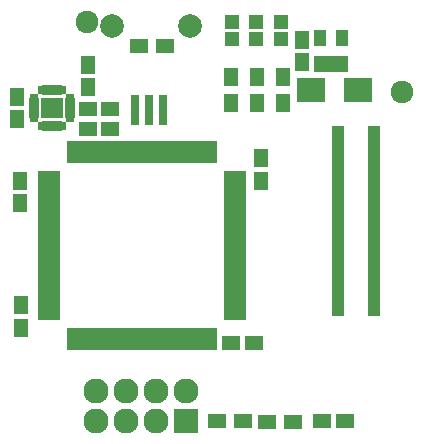
<source format=gts>
G04 #@! TF.FileFunction,Soldermask,Top*
%FSLAX46Y46*%
G04 Gerber Fmt 4.6, Leading zero omitted, Abs format (unit mm)*
G04 Created by KiCad (PCBNEW (2015-11-03 BZR 6296)-product) date Wednesday, January 06, 2016 'PMt' 01:33:15 PM*
%MOMM*%
G01*
G04 APERTURE LIST*
%ADD10C,0.100000*%
%ADD11R,1.600000X1.150000*%
%ADD12R,1.150000X1.600000*%
%ADD13R,1.197560X1.197560*%
%ADD14R,2.127200X2.127200*%
%ADD15O,2.127200X2.127200*%
%ADD16R,1.300000X1.600000*%
%ADD17R,1.600000X1.300000*%
%ADD18R,0.680000X1.900000*%
%ADD19R,1.900000X0.680000*%
%ADD20R,1.100000X0.600000*%
%ADD21R,1.050000X1.460000*%
%ADD22R,2.400000X2.000000*%
%ADD23C,1.924000*%
%ADD24C,2.000000*%
%ADD25R,0.750000X0.400000*%
%ADD26R,0.950000X0.600000*%
%ADD27R,0.400000X0.750000*%
%ADD28R,0.600000X0.950000*%
%ADD29R,1.900000X1.740000*%
%ADD30R,0.800000X2.500000*%
G04 APERTURE END LIST*
D10*
D11*
X138830000Y-100170000D03*
X136930000Y-100170000D03*
D12*
X151610000Y-104560000D03*
X151610000Y-102660000D03*
X131200000Y-104550000D03*
X131200000Y-106450000D03*
X131250000Y-117000000D03*
X131250000Y-115100000D03*
D11*
X149060000Y-118330000D03*
X150960000Y-118330000D03*
D12*
X155070000Y-92640000D03*
X155070000Y-94540000D03*
D13*
X153300000Y-91100000D03*
X153300000Y-92598600D03*
X151150000Y-91100000D03*
X151150000Y-92598600D03*
X149100000Y-91100000D03*
X149100000Y-92598600D03*
D14*
X145200000Y-124900000D03*
D15*
X145200000Y-122360000D03*
X142660000Y-124900000D03*
X142660000Y-122360000D03*
X140120000Y-124900000D03*
X140120000Y-122360000D03*
X137580000Y-124900000D03*
X137580000Y-122360000D03*
D16*
X153450000Y-98000000D03*
X153450000Y-95800000D03*
X151250000Y-98000000D03*
X151250000Y-95800000D03*
X149050000Y-98000000D03*
X149050000Y-95800000D03*
D17*
X141250000Y-93200000D03*
X143450000Y-93200000D03*
D18*
X147500000Y-102150000D03*
X147000000Y-102150000D03*
X146500000Y-102150000D03*
X146000000Y-102150000D03*
X145500000Y-102150000D03*
X145000000Y-102150000D03*
X144500000Y-102150000D03*
X144000000Y-102150000D03*
X143500000Y-102150000D03*
X143000000Y-102150000D03*
X142500000Y-102150000D03*
X142000000Y-102150000D03*
X141500000Y-102150000D03*
X141000000Y-102150000D03*
X140500000Y-102150000D03*
X140000000Y-102150000D03*
X139500000Y-102150000D03*
X139000000Y-102150000D03*
X138500000Y-102150000D03*
X138000000Y-102150000D03*
X137500000Y-102150000D03*
X137000000Y-102150000D03*
X136500000Y-102150000D03*
X136000000Y-102150000D03*
X135500000Y-102150000D03*
D19*
X133600000Y-104050000D03*
X133600000Y-104550000D03*
X133600000Y-105050000D03*
X133600000Y-105550000D03*
X133600000Y-106050000D03*
X133600000Y-106550000D03*
X133600000Y-107050000D03*
X133600000Y-107550000D03*
X133600000Y-108050000D03*
X133600000Y-108550000D03*
X133600000Y-109050000D03*
X133600000Y-109550000D03*
X133600000Y-110050000D03*
X133600000Y-110550000D03*
X133600000Y-111050000D03*
X133600000Y-111550000D03*
X133600000Y-112050000D03*
X133600000Y-112550000D03*
X133600000Y-113050000D03*
X133600000Y-113550000D03*
X133600000Y-114050000D03*
X133600000Y-114550000D03*
X133600000Y-115050000D03*
X133600000Y-115550000D03*
X133600000Y-116050000D03*
D18*
X135500000Y-117950000D03*
X136000000Y-117950000D03*
X136500000Y-117950000D03*
X137000000Y-117950000D03*
X137500000Y-117950000D03*
X138000000Y-117950000D03*
X138500000Y-117950000D03*
X139000000Y-117950000D03*
X139500000Y-117950000D03*
X140000000Y-117950000D03*
X140500000Y-117950000D03*
X141000000Y-117950000D03*
X141500000Y-117950000D03*
X142000000Y-117950000D03*
X142500000Y-117950000D03*
X143000000Y-117950000D03*
X143500000Y-117950000D03*
X144000000Y-117950000D03*
X144500000Y-117950000D03*
X145000000Y-117950000D03*
X145500000Y-117950000D03*
X146000000Y-117950000D03*
X146500000Y-117950000D03*
X147000000Y-117950000D03*
X147500000Y-117950000D03*
D19*
X149400000Y-116050000D03*
X149400000Y-115550000D03*
X149400000Y-115050000D03*
X149400000Y-114550000D03*
X149400000Y-114050000D03*
X149400000Y-113550000D03*
X149400000Y-113050000D03*
X149400000Y-112550000D03*
X149400000Y-112050000D03*
X149400000Y-111550000D03*
X149400000Y-111050000D03*
X149400000Y-110550000D03*
X149400000Y-110050000D03*
X149400000Y-109550000D03*
X149400000Y-109050000D03*
X149400000Y-108550000D03*
X149400000Y-108050000D03*
X149400000Y-107550000D03*
X149400000Y-107050000D03*
X149400000Y-106550000D03*
X149400000Y-106050000D03*
X149400000Y-105550000D03*
X149400000Y-105050000D03*
X149400000Y-104550000D03*
X149400000Y-104050000D03*
D11*
X156780000Y-124900000D03*
X158680000Y-124900000D03*
D20*
X161190000Y-100200000D03*
X161190000Y-100600000D03*
X161190000Y-101000000D03*
X161190000Y-101400000D03*
X161190000Y-101800000D03*
X161190000Y-102200000D03*
X161190000Y-102600000D03*
X161190000Y-103000000D03*
X161190000Y-103400000D03*
X161190000Y-103800000D03*
X161190000Y-107800000D03*
X161190000Y-107400000D03*
X161190000Y-107000000D03*
X161190000Y-106600000D03*
X161190000Y-106200000D03*
X161190000Y-105800000D03*
X161190000Y-105400000D03*
X161190000Y-105000000D03*
X161190000Y-104600000D03*
X161190000Y-104200000D03*
X161190000Y-108200000D03*
X161190000Y-108600000D03*
X161190000Y-109000000D03*
X161190000Y-109400000D03*
X161190000Y-109800000D03*
X161190000Y-110200000D03*
X161190000Y-110600000D03*
X161190000Y-111000000D03*
X161190000Y-111400000D03*
X161190000Y-111800000D03*
X161190000Y-115800000D03*
X161190000Y-115400000D03*
X161190000Y-115000000D03*
X161190000Y-114600000D03*
X161190000Y-114200000D03*
X161190000Y-113800000D03*
X161190000Y-113400000D03*
X161190000Y-113000000D03*
X161190000Y-112600000D03*
X161190000Y-112200000D03*
X158110000Y-112200000D03*
X158110000Y-112600000D03*
X158110000Y-113000000D03*
X158110000Y-113400000D03*
X158110000Y-113800000D03*
X158110000Y-114200000D03*
X158110000Y-114600000D03*
X158110000Y-115000000D03*
X158110000Y-115400000D03*
X158110000Y-115800000D03*
X158110000Y-111800000D03*
X158110000Y-111400000D03*
X158110000Y-111000000D03*
X158110000Y-110600000D03*
X158110000Y-110200000D03*
X158110000Y-109800000D03*
X158110000Y-109400000D03*
X158110000Y-109000000D03*
X158110000Y-108600000D03*
X158110000Y-108200000D03*
X158110000Y-104200000D03*
X158110000Y-104600000D03*
X158110000Y-105000000D03*
X158110000Y-105400000D03*
X158110000Y-105800000D03*
X158110000Y-106200000D03*
X158110000Y-106600000D03*
X158110000Y-107000000D03*
X158110000Y-107400000D03*
X158110000Y-107800000D03*
X158110000Y-103800000D03*
X158110000Y-103400000D03*
X158110000Y-103000000D03*
X158110000Y-102600000D03*
X158110000Y-102200000D03*
X158110000Y-101800000D03*
X158110000Y-101400000D03*
X158110000Y-101000000D03*
X158110000Y-100600000D03*
X158110000Y-100200000D03*
D17*
X147860000Y-124950000D03*
X150060000Y-124950000D03*
X154290000Y-124960000D03*
X152090000Y-124960000D03*
D21*
X156580000Y-94660000D03*
X157530000Y-94660000D03*
X158480000Y-94660000D03*
X158480000Y-92460000D03*
X156580000Y-92460000D03*
D22*
X159800000Y-96900000D03*
X155800000Y-96900000D03*
D11*
X138830000Y-98530000D03*
X136930000Y-98530000D03*
D23*
X136860000Y-91140000D03*
D24*
X139000000Y-91450000D03*
X145600000Y-91450000D03*
D23*
X163525200Y-97078800D03*
D12*
X136930000Y-96670000D03*
X136930000Y-94770000D03*
X130920000Y-97450000D03*
X130920000Y-99350000D03*
D25*
X135410000Y-99410000D03*
D26*
X135410000Y-99010000D03*
X135410000Y-98610000D03*
X135410000Y-98210000D03*
X135410000Y-97810000D03*
D25*
X135410000Y-97410000D03*
D27*
X134910000Y-96910000D03*
D28*
X134510000Y-96910000D03*
X134110000Y-96910000D03*
X133710000Y-96910000D03*
X133310000Y-96910000D03*
D27*
X132910000Y-96910000D03*
D25*
X132410000Y-97410000D03*
D26*
X132410000Y-97810000D03*
X132410000Y-98210000D03*
X132410000Y-98610000D03*
X132410000Y-99010000D03*
D25*
X132410000Y-99410000D03*
D27*
X132910000Y-99910000D03*
D28*
X133310000Y-99910000D03*
X133710000Y-99910000D03*
X134110000Y-99910000D03*
X134510000Y-99910000D03*
D27*
X134910000Y-99910000D03*
D29*
X133910000Y-98410000D03*
D30*
X143300000Y-98580000D03*
X140900000Y-98580000D03*
X142100000Y-98580000D03*
M02*

</source>
